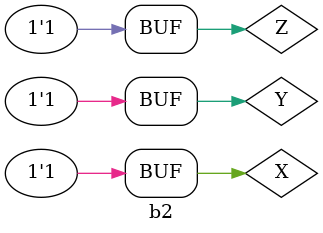
<source format=v>
module PoS (output S1, output S2, input X, Y, Z); // MAXTERMOS
// M 5 6 7
assign S1 = (X|Y|~Z) & (X|~Y|~Z) & (~X|~Y|~Z);
assign S2 = ~Z | (X & ~Y);
endmodule // PoS

module b2;
reg X, Y, Z;
wire S1, S2;
// instancias
PoS POS1(S1, S2, X, Y, Z);
// valores iniciais
initial begin: start
X=1'bx; Y=1'bx; Z=1'bx;// indefinidos
end
// parte principal
initial begin: main
// identificacao
$display("Produto da Soma");
// monitoramento
$display(" X  Y  Z =   nao_simpl  simpl ");
$monitor("%2b %2b %2b =\t%2b \t %2b", X, Y, Z, S1, S2);
// sinalizacao
#1 X=0; Y=0; Z =0;
#1 X=0; Y=0; Z =1;
#1 X=0; Y=1; Z =0;
#1 X=0; Y=1; Z =1;
#1 X=1; Y=0; Z =0;
#1 X=1; Y=0; Z =1;
#1 X=1; Y=1; Z =0;
#1 X=1; Y=1; Z =1;
end
endmodule // test_module
</source>
